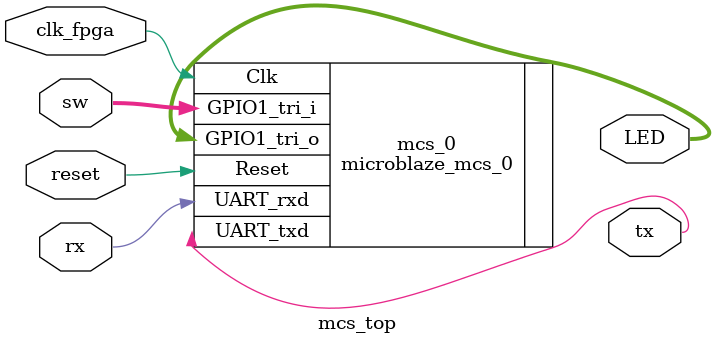
<source format=v>
`timescale 1ns / 1ps


module mcs_top(
    input clk_fpga,
    input reset,
    input rx,
    output tx,
    input [7:0] sw,
    output [7:0] LED
    );
    
    microblaze_mcs_0 mcs_0(
        .Clk(clk_fpga),
        .Reset(reset),
        .UART_rxd(rx),
        .UART_txd(tx),
        .GPIO1_tri_i(sw),
        .GPIO1_tri_o(LED)
    );
endmodule

</source>
